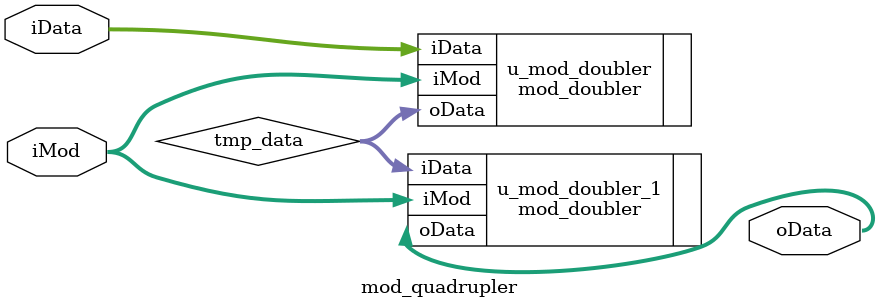
<source format=v>
`ifndef mod_quadrupler
`define mod_quadrupler

`include "mod_doubler.v"

module mod_quadrupler #(
    parameter BITWIDTH = 32
)(
    input wire [BITWIDTH-1 : 0] iData,
    input wire [BITWIDTH-1 : 0] iMod,
    output wire [BITWIDTH-1 : 0] oData
);

    wire [BITWIDTH-1 : 0] tmp_data;

    mod_doubler #(
        .BITWIDTH(BITWIDTH)
    ) u_mod_doubler (
        .iData(iData),
        .iMod(iMod),
        .oData(tmp_data)
    );

    mod_doubler #(
        .BITWIDTH(BITWIDTH)
    ) u_mod_doubler_1 (
        .iData(tmp_data),
        .iMod(iMod),
        .oData(oData)
    );

endmodule

`endif

</source>
